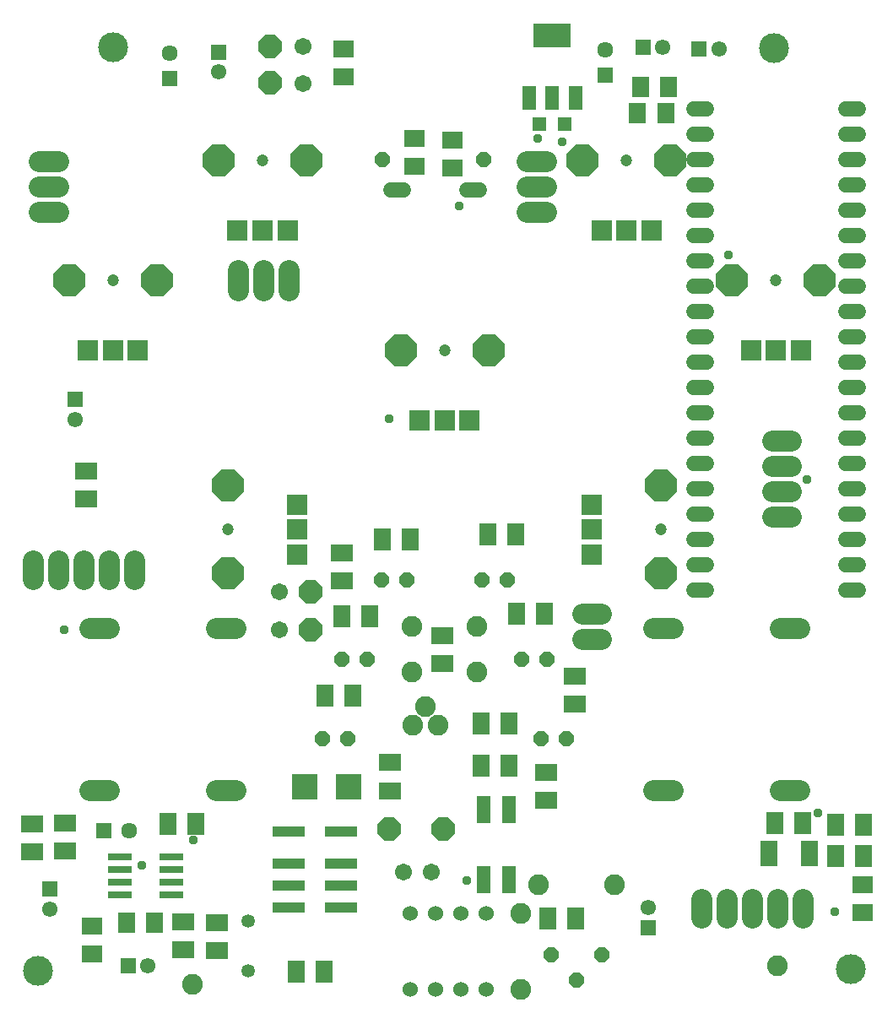
<source format=gbr>
G04 EAGLE Gerber X2 export*
%TF.Part,Single*%
%TF.FileFunction,Soldermask,Top,1*%
%TF.FilePolarity,Positive*%
%TF.GenerationSoftware,Autodesk,EAGLE,9.2.2*%
%TF.CreationDate,2019-04-19T13:44:04Z*%
G75*
%MOMM*%
%FSLAX34Y34*%
%LPD*%
%INSoldermask Top*%
%AMOC8*
5,1,8,0,0,1.08239X$1,22.5*%
G01*
%ADD10P,2.556822X8X202.500000*%
%ADD11R,1.553200X1.553200*%
%ADD12C,1.553200*%
%ADD13R,2.003200X1.803200*%
%ADD14R,1.803200X2.003200*%
%ADD15R,2.603200X2.603200*%
%ADD16C,1.611200*%
%ADD17R,1.611200X1.611200*%
%ADD18C,3.003200*%
%ADD19C,2.153200*%
%ADD20R,3.303200X1.003200*%
%ADD21R,1.473200X2.743200*%
%ADD22P,2.556822X8X22.500000*%
%ADD23R,2.203200X1.803200*%
%ADD24R,1.803200X2.203200*%
%ADD25C,1.511200*%
%ADD26R,2.082800X2.082800*%
%ADD27P,3.467112X8X292.500000*%
%ADD28C,1.203200*%
%ADD29P,3.467112X8X22.500000*%
%ADD30P,3.467112X8X202.500000*%
%ADD31R,1.727200X0.533400*%
%ADD32R,1.473200X1.473200*%
%ADD33R,1.422400X2.438400*%
%ADD34R,3.803200X2.403200*%
%ADD35C,1.703200*%
%ADD36P,1.649562X8X202.500000*%
%ADD37C,2.082800*%
%ADD38C,2.159000*%
%ADD39C,2.082800*%
%ADD40R,2.403200X0.803200*%
%ADD41C,1.346200*%
%ADD42C,1.524000*%
%ADD43P,1.649562X8X22.500000*%
%ADD44C,1.524000*%
%ADD45C,0.959600*%


D10*
X267672Y964694D03*
X267672Y928475D03*
D11*
X697770Y962330D03*
D12*
X717770Y962330D03*
D13*
X412595Y872038D03*
X412595Y844038D03*
X450737Y870599D03*
X450737Y842599D03*
D14*
X636299Y897536D03*
X664299Y897536D03*
X639425Y923765D03*
X667425Y923765D03*
D11*
X641639Y964091D03*
D12*
X661639Y964091D03*
D11*
X216194Y959020D03*
D12*
X216194Y939020D03*
D13*
X861632Y96183D03*
X861632Y124183D03*
D15*
X302066Y221866D03*
X346066Y221866D03*
D16*
X603556Y960896D03*
D17*
X603556Y935496D03*
D16*
X166692Y957507D03*
D17*
X166692Y932107D03*
D18*
X850000Y39085D03*
X35000Y37818D03*
D19*
X86750Y218850D02*
X106250Y218850D01*
X106250Y381150D02*
X86750Y381150D01*
X213750Y218850D02*
X233250Y218850D01*
X233250Y381150D02*
X213750Y381150D01*
D20*
X285941Y176872D03*
X285941Y144872D03*
X285941Y122872D03*
X285941Y100872D03*
X338941Y176872D03*
X338941Y144872D03*
X338941Y122872D03*
X338941Y100872D03*
D21*
X506899Y199394D03*
X481499Y199394D03*
X481499Y129394D03*
X506899Y129394D03*
D10*
X308500Y379478D03*
D22*
X308500Y417580D03*
D19*
X778750Y381150D02*
X798250Y381150D01*
X798250Y218850D02*
X778750Y218850D01*
X671250Y381150D02*
X651750Y381150D01*
X651750Y218850D02*
X671250Y218850D01*
D23*
X440330Y346012D03*
X440330Y374012D03*
X572942Y333354D03*
X572942Y305354D03*
D24*
X543071Y395345D03*
X515071Y395345D03*
X514224Y474884D03*
X486224Y474884D03*
X408047Y470244D03*
X380047Y470244D03*
D23*
X387866Y218297D03*
X387866Y246297D03*
D24*
X507599Y243633D03*
X479599Y243633D03*
X479612Y285242D03*
X507612Y285242D03*
D23*
X544610Y208286D03*
X544610Y236286D03*
X339206Y429029D03*
X339206Y457029D03*
X82949Y510767D03*
X82949Y538767D03*
D24*
X862692Y184359D03*
X834692Y184359D03*
X862517Y153087D03*
X834517Y153087D03*
X773725Y186046D03*
X801725Y186046D03*
D13*
X341487Y962099D03*
X341487Y934099D03*
D25*
X692260Y901700D02*
X705340Y901700D01*
X705340Y876300D02*
X692260Y876300D01*
X692260Y850900D02*
X705340Y850900D01*
X705340Y825500D02*
X692260Y825500D01*
X692260Y800100D02*
X705340Y800100D01*
X705340Y774700D02*
X692260Y774700D01*
X692260Y749300D02*
X705340Y749300D01*
X705340Y723900D02*
X692260Y723900D01*
X692260Y698500D02*
X705340Y698500D01*
X705340Y673100D02*
X692260Y673100D01*
X692260Y647700D02*
X705340Y647700D01*
X705340Y622300D02*
X692260Y622300D01*
X692260Y596900D02*
X705340Y596900D01*
X705340Y571500D02*
X692260Y571500D01*
X692260Y546100D02*
X705340Y546100D01*
X705340Y520700D02*
X692260Y520700D01*
X692260Y495300D02*
X705340Y495300D01*
X705340Y469900D02*
X692260Y469900D01*
X692260Y444500D02*
X705340Y444500D01*
X705340Y419100D02*
X692260Y419100D01*
X844660Y901700D02*
X857740Y901700D01*
X857740Y876300D02*
X844660Y876300D01*
X844660Y850900D02*
X857740Y850900D01*
X857740Y825500D02*
X844660Y825500D01*
X844660Y800100D02*
X857740Y800100D01*
X857740Y774700D02*
X844660Y774700D01*
X844660Y749300D02*
X857740Y749300D01*
X857740Y723900D02*
X844660Y723900D01*
X844660Y698500D02*
X857740Y698500D01*
X857740Y673100D02*
X844660Y673100D01*
X844660Y647700D02*
X857740Y647700D01*
X857740Y622300D02*
X844660Y622300D01*
X844660Y596900D02*
X857740Y596900D01*
X857740Y571500D02*
X844660Y571500D01*
X844660Y546100D02*
X857740Y546100D01*
X857740Y520700D02*
X844660Y520700D01*
X844660Y495300D02*
X857740Y495300D01*
X857740Y469900D02*
X844660Y469900D01*
X844660Y444500D02*
X857740Y444500D01*
X857740Y419100D02*
X844660Y419100D01*
D26*
X750000Y660000D03*
X775000Y660000D03*
X800000Y660000D03*
D27*
X731000Y730000D03*
X819000Y730000D03*
D28*
X775000Y730000D03*
D26*
X295000Y455000D03*
X295000Y480000D03*
X295000Y505000D03*
D29*
X225000Y436000D03*
X225000Y524000D03*
D28*
X225000Y480000D03*
D26*
X600000Y780000D03*
X625000Y780000D03*
X650000Y780000D03*
D27*
X581000Y850000D03*
X669000Y850000D03*
D28*
X625000Y850000D03*
D26*
X590000Y505000D03*
X590000Y480000D03*
X590000Y455000D03*
D30*
X660000Y524000D03*
X660000Y436000D03*
D28*
X660000Y480000D03*
D26*
X417500Y590000D03*
X442500Y590000D03*
X467500Y590000D03*
D27*
X398500Y660000D03*
X486500Y660000D03*
D28*
X442500Y660000D03*
D31*
X808423Y145206D03*
X808423Y150032D03*
X808423Y155112D03*
X808423Y160192D03*
X808423Y165018D03*
X767783Y165018D03*
X767783Y160192D03*
X767783Y155112D03*
X767783Y150032D03*
X767783Y145206D03*
D26*
X85000Y660000D03*
X110000Y660000D03*
X135000Y660000D03*
D27*
X66000Y730000D03*
X154000Y730000D03*
D28*
X110000Y730000D03*
D32*
X537690Y887107D03*
X563090Y887107D03*
D33*
X527613Y913320D03*
X550727Y913320D03*
X573841Y913320D03*
D34*
X550727Y975298D03*
D35*
X277000Y417830D03*
X277000Y380048D03*
X300460Y964978D03*
X300460Y927386D03*
D36*
X405200Y430000D03*
X379800Y430000D03*
X505200Y430000D03*
X479800Y430000D03*
X545200Y350000D03*
X519800Y350000D03*
X565200Y270000D03*
X539800Y270000D03*
D24*
X367462Y393482D03*
X339462Y393482D03*
X350787Y313218D03*
X322787Y313218D03*
D36*
X365200Y350000D03*
X339800Y350000D03*
X345200Y270000D03*
X319800Y270000D03*
D37*
X30000Y430602D02*
X30000Y449398D01*
X55400Y449398D02*
X55400Y430602D01*
X80800Y430602D02*
X80800Y449398D01*
X106200Y449398D02*
X106200Y430602D01*
X131600Y430602D02*
X131600Y449398D01*
D38*
X54887Y799030D02*
X35329Y799030D01*
X35329Y824430D02*
X54887Y824430D01*
X54887Y849830D02*
X35329Y849830D01*
X525329Y799030D02*
X544887Y799030D01*
X544887Y824430D02*
X525329Y824430D01*
X525329Y849830D02*
X544887Y849830D01*
X285908Y739891D02*
X285908Y720333D01*
X260508Y720333D02*
X260508Y739891D01*
X235108Y739891D02*
X235108Y720333D01*
D26*
X235000Y780000D03*
X260000Y780000D03*
X285000Y780000D03*
D27*
X216000Y850000D03*
X304000Y850000D03*
D28*
X260000Y850000D03*
D39*
X475012Y382606D03*
X409988Y382606D03*
X475012Y337394D03*
X409988Y337394D03*
D24*
X193342Y184719D03*
X165342Y184719D03*
D23*
X62093Y185973D03*
X62093Y157973D03*
D11*
X46555Y119279D03*
D12*
X46555Y99279D03*
D16*
X126508Y178437D03*
D17*
X101108Y178437D03*
D11*
X125012Y42305D03*
D12*
X145012Y42305D03*
D13*
X88787Y54753D03*
X88787Y82753D03*
D14*
X123599Y85679D03*
X151599Y85679D03*
D40*
X116899Y139581D03*
X168899Y139581D03*
X116899Y152281D03*
X116899Y126881D03*
X116899Y114181D03*
X168899Y152281D03*
X168899Y126881D03*
X168899Y114181D03*
D41*
X245740Y37760D03*
X245740Y87760D03*
D23*
X213937Y86198D03*
X213937Y58198D03*
D24*
X293606Y36948D03*
X321606Y36948D03*
D11*
X646719Y80837D03*
D12*
X646719Y100837D03*
D24*
X546127Y90316D03*
X574127Y90316D03*
D23*
X180608Y58405D03*
X180608Y86405D03*
X29055Y185092D03*
X29055Y157092D03*
D37*
X700000Y109398D02*
X700000Y90602D01*
X725400Y90602D02*
X725400Y109398D01*
X750800Y109398D02*
X750800Y90602D01*
X776200Y90602D02*
X776200Y109398D01*
X801600Y109398D02*
X801600Y90602D01*
D18*
X110534Y963497D03*
X772959Y963223D03*
D35*
X401077Y136217D03*
X428939Y136508D03*
D22*
X387296Y179972D03*
X440846Y179972D03*
D39*
X410439Y283600D03*
X423139Y302650D03*
X435839Y283600D03*
D11*
X71819Y610452D03*
D12*
X71819Y590452D03*
D37*
X580602Y370000D02*
X599398Y370000D01*
X599398Y395400D02*
X580602Y395400D01*
X771413Y569697D02*
X790209Y569697D01*
X790209Y544297D02*
X771413Y544297D01*
X771413Y518897D02*
X790209Y518897D01*
X790209Y493497D02*
X771413Y493497D01*
D42*
X477909Y820399D02*
X464701Y820399D01*
X401709Y820399D02*
X388501Y820399D01*
D43*
X379963Y851035D03*
X481563Y851035D03*
D39*
X519471Y19117D03*
X519471Y95317D03*
X536973Y123897D03*
X613173Y123897D03*
D43*
X549607Y54011D03*
X600407Y54011D03*
X575007Y28611D03*
D44*
X484730Y18736D03*
X459330Y18736D03*
X459330Y94936D03*
X484730Y94936D03*
X433930Y18736D03*
X408530Y18736D03*
X433930Y94936D03*
X408530Y94936D03*
D39*
X189670Y23816D03*
X776054Y42886D03*
D45*
X138684Y143256D03*
X190500Y169164D03*
X464820Y128016D03*
X834215Y97033D03*
X535845Y872562D03*
X560842Y868664D03*
X817347Y195489D03*
X387096Y591312D03*
X806196Y530352D03*
X726948Y755904D03*
X60960Y379476D03*
X457200Y804672D03*
M02*

</source>
